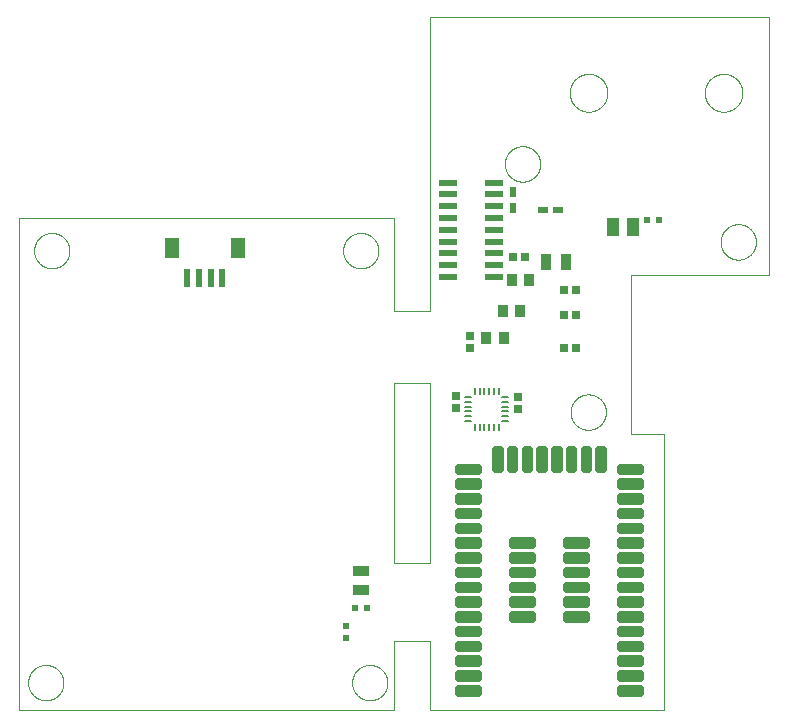
<source format=gtp>
G75*
%MOIN*%
%OFA0B0*%
%FSLAX25Y25*%
%IPPOS*%
%LPD*%
%AMOC8*
5,1,8,0,0,1.08239X$1,22.5*
%
%ADD10C,0.00000*%
%ADD11C,0.00787*%
%ADD12C,0.02756*%
%ADD13R,0.06496X0.02362*%
%ADD14R,0.06000X0.02300*%
%ADD15R,0.03600X0.04100*%
%ADD16R,0.03800X0.05700*%
%ADD17R,0.03200X0.04200*%
%ADD18R,0.02200X0.02400*%
%ADD19R,0.04400X0.05900*%
%ADD20R,0.03400X0.02400*%
%ADD21R,0.02400X0.03400*%
%ADD22R,0.02800X0.02800*%
%ADD23R,0.05700X0.03800*%
%ADD24R,0.02400X0.02200*%
%ADD25R,0.02362X0.06102*%
%ADD26R,0.04724X0.07087*%
D10*
X0001000Y0012436D02*
X0001000Y0176436D01*
X0126000Y0176436D01*
X0126000Y0145436D01*
X0138000Y0145436D01*
X0138000Y0243436D01*
X0251000Y0243436D01*
X0251000Y0157436D01*
X0205000Y0157436D01*
X0205000Y0104436D01*
X0216000Y0104436D01*
X0216000Y0012436D01*
X0138000Y0012436D01*
X0138000Y0035436D01*
X0126000Y0035436D01*
X0126000Y0012436D01*
X0001000Y0012436D01*
X0004100Y0021436D02*
X0004102Y0021589D01*
X0004108Y0021742D01*
X0004118Y0021895D01*
X0004132Y0022048D01*
X0004150Y0022200D01*
X0004171Y0022351D01*
X0004197Y0022502D01*
X0004227Y0022653D01*
X0004260Y0022802D01*
X0004298Y0022951D01*
X0004339Y0023098D01*
X0004384Y0023245D01*
X0004433Y0023390D01*
X0004485Y0023534D01*
X0004542Y0023676D01*
X0004602Y0023817D01*
X0004665Y0023956D01*
X0004733Y0024094D01*
X0004803Y0024230D01*
X0004878Y0024364D01*
X0004955Y0024496D01*
X0005037Y0024626D01*
X0005121Y0024754D01*
X0005209Y0024879D01*
X0005300Y0025002D01*
X0005394Y0025123D01*
X0005491Y0025241D01*
X0005592Y0025357D01*
X0005695Y0025470D01*
X0005801Y0025581D01*
X0005910Y0025688D01*
X0006022Y0025793D01*
X0006136Y0025895D01*
X0006253Y0025994D01*
X0006373Y0026089D01*
X0006495Y0026182D01*
X0006619Y0026271D01*
X0006746Y0026358D01*
X0006875Y0026440D01*
X0007006Y0026520D01*
X0007139Y0026596D01*
X0007274Y0026668D01*
X0007411Y0026737D01*
X0007549Y0026803D01*
X0007689Y0026865D01*
X0007831Y0026923D01*
X0007974Y0026977D01*
X0008119Y0027028D01*
X0008264Y0027075D01*
X0008411Y0027118D01*
X0008559Y0027157D01*
X0008708Y0027193D01*
X0008858Y0027224D01*
X0009009Y0027252D01*
X0009160Y0027276D01*
X0009312Y0027296D01*
X0009465Y0027312D01*
X0009617Y0027324D01*
X0009770Y0027332D01*
X0009923Y0027336D01*
X0010077Y0027336D01*
X0010230Y0027332D01*
X0010383Y0027324D01*
X0010535Y0027312D01*
X0010688Y0027296D01*
X0010840Y0027276D01*
X0010991Y0027252D01*
X0011142Y0027224D01*
X0011292Y0027193D01*
X0011441Y0027157D01*
X0011589Y0027118D01*
X0011736Y0027075D01*
X0011881Y0027028D01*
X0012026Y0026977D01*
X0012169Y0026923D01*
X0012311Y0026865D01*
X0012451Y0026803D01*
X0012589Y0026737D01*
X0012726Y0026668D01*
X0012861Y0026596D01*
X0012994Y0026520D01*
X0013125Y0026440D01*
X0013254Y0026358D01*
X0013381Y0026271D01*
X0013505Y0026182D01*
X0013627Y0026089D01*
X0013747Y0025994D01*
X0013864Y0025895D01*
X0013978Y0025793D01*
X0014090Y0025688D01*
X0014199Y0025581D01*
X0014305Y0025470D01*
X0014408Y0025357D01*
X0014509Y0025241D01*
X0014606Y0025123D01*
X0014700Y0025002D01*
X0014791Y0024879D01*
X0014879Y0024754D01*
X0014963Y0024626D01*
X0015045Y0024496D01*
X0015122Y0024364D01*
X0015197Y0024230D01*
X0015267Y0024094D01*
X0015335Y0023956D01*
X0015398Y0023817D01*
X0015458Y0023676D01*
X0015515Y0023534D01*
X0015567Y0023390D01*
X0015616Y0023245D01*
X0015661Y0023098D01*
X0015702Y0022951D01*
X0015740Y0022802D01*
X0015773Y0022653D01*
X0015803Y0022502D01*
X0015829Y0022351D01*
X0015850Y0022200D01*
X0015868Y0022048D01*
X0015882Y0021895D01*
X0015892Y0021742D01*
X0015898Y0021589D01*
X0015900Y0021436D01*
X0015898Y0021283D01*
X0015892Y0021130D01*
X0015882Y0020977D01*
X0015868Y0020824D01*
X0015850Y0020672D01*
X0015829Y0020521D01*
X0015803Y0020370D01*
X0015773Y0020219D01*
X0015740Y0020070D01*
X0015702Y0019921D01*
X0015661Y0019774D01*
X0015616Y0019627D01*
X0015567Y0019482D01*
X0015515Y0019338D01*
X0015458Y0019196D01*
X0015398Y0019055D01*
X0015335Y0018916D01*
X0015267Y0018778D01*
X0015197Y0018642D01*
X0015122Y0018508D01*
X0015045Y0018376D01*
X0014963Y0018246D01*
X0014879Y0018118D01*
X0014791Y0017993D01*
X0014700Y0017870D01*
X0014606Y0017749D01*
X0014509Y0017631D01*
X0014408Y0017515D01*
X0014305Y0017402D01*
X0014199Y0017291D01*
X0014090Y0017184D01*
X0013978Y0017079D01*
X0013864Y0016977D01*
X0013747Y0016878D01*
X0013627Y0016783D01*
X0013505Y0016690D01*
X0013381Y0016601D01*
X0013254Y0016514D01*
X0013125Y0016432D01*
X0012994Y0016352D01*
X0012861Y0016276D01*
X0012726Y0016204D01*
X0012589Y0016135D01*
X0012451Y0016069D01*
X0012311Y0016007D01*
X0012169Y0015949D01*
X0012026Y0015895D01*
X0011881Y0015844D01*
X0011736Y0015797D01*
X0011589Y0015754D01*
X0011441Y0015715D01*
X0011292Y0015679D01*
X0011142Y0015648D01*
X0010991Y0015620D01*
X0010840Y0015596D01*
X0010688Y0015576D01*
X0010535Y0015560D01*
X0010383Y0015548D01*
X0010230Y0015540D01*
X0010077Y0015536D01*
X0009923Y0015536D01*
X0009770Y0015540D01*
X0009617Y0015548D01*
X0009465Y0015560D01*
X0009312Y0015576D01*
X0009160Y0015596D01*
X0009009Y0015620D01*
X0008858Y0015648D01*
X0008708Y0015679D01*
X0008559Y0015715D01*
X0008411Y0015754D01*
X0008264Y0015797D01*
X0008119Y0015844D01*
X0007974Y0015895D01*
X0007831Y0015949D01*
X0007689Y0016007D01*
X0007549Y0016069D01*
X0007411Y0016135D01*
X0007274Y0016204D01*
X0007139Y0016276D01*
X0007006Y0016352D01*
X0006875Y0016432D01*
X0006746Y0016514D01*
X0006619Y0016601D01*
X0006495Y0016690D01*
X0006373Y0016783D01*
X0006253Y0016878D01*
X0006136Y0016977D01*
X0006022Y0017079D01*
X0005910Y0017184D01*
X0005801Y0017291D01*
X0005695Y0017402D01*
X0005592Y0017515D01*
X0005491Y0017631D01*
X0005394Y0017749D01*
X0005300Y0017870D01*
X0005209Y0017993D01*
X0005121Y0018118D01*
X0005037Y0018246D01*
X0004955Y0018376D01*
X0004878Y0018508D01*
X0004803Y0018642D01*
X0004733Y0018778D01*
X0004665Y0018916D01*
X0004602Y0019055D01*
X0004542Y0019196D01*
X0004485Y0019338D01*
X0004433Y0019482D01*
X0004384Y0019627D01*
X0004339Y0019774D01*
X0004298Y0019921D01*
X0004260Y0020070D01*
X0004227Y0020219D01*
X0004197Y0020370D01*
X0004171Y0020521D01*
X0004150Y0020672D01*
X0004132Y0020824D01*
X0004118Y0020977D01*
X0004108Y0021130D01*
X0004102Y0021283D01*
X0004100Y0021436D01*
X0112100Y0021436D02*
X0112102Y0021589D01*
X0112108Y0021742D01*
X0112118Y0021895D01*
X0112132Y0022048D01*
X0112150Y0022200D01*
X0112171Y0022351D01*
X0112197Y0022502D01*
X0112227Y0022653D01*
X0112260Y0022802D01*
X0112298Y0022951D01*
X0112339Y0023098D01*
X0112384Y0023245D01*
X0112433Y0023390D01*
X0112485Y0023534D01*
X0112542Y0023676D01*
X0112602Y0023817D01*
X0112665Y0023956D01*
X0112733Y0024094D01*
X0112803Y0024230D01*
X0112878Y0024364D01*
X0112955Y0024496D01*
X0113037Y0024626D01*
X0113121Y0024754D01*
X0113209Y0024879D01*
X0113300Y0025002D01*
X0113394Y0025123D01*
X0113491Y0025241D01*
X0113592Y0025357D01*
X0113695Y0025470D01*
X0113801Y0025581D01*
X0113910Y0025688D01*
X0114022Y0025793D01*
X0114136Y0025895D01*
X0114253Y0025994D01*
X0114373Y0026089D01*
X0114495Y0026182D01*
X0114619Y0026271D01*
X0114746Y0026358D01*
X0114875Y0026440D01*
X0115006Y0026520D01*
X0115139Y0026596D01*
X0115274Y0026668D01*
X0115411Y0026737D01*
X0115549Y0026803D01*
X0115689Y0026865D01*
X0115831Y0026923D01*
X0115974Y0026977D01*
X0116119Y0027028D01*
X0116264Y0027075D01*
X0116411Y0027118D01*
X0116559Y0027157D01*
X0116708Y0027193D01*
X0116858Y0027224D01*
X0117009Y0027252D01*
X0117160Y0027276D01*
X0117312Y0027296D01*
X0117465Y0027312D01*
X0117617Y0027324D01*
X0117770Y0027332D01*
X0117923Y0027336D01*
X0118077Y0027336D01*
X0118230Y0027332D01*
X0118383Y0027324D01*
X0118535Y0027312D01*
X0118688Y0027296D01*
X0118840Y0027276D01*
X0118991Y0027252D01*
X0119142Y0027224D01*
X0119292Y0027193D01*
X0119441Y0027157D01*
X0119589Y0027118D01*
X0119736Y0027075D01*
X0119881Y0027028D01*
X0120026Y0026977D01*
X0120169Y0026923D01*
X0120311Y0026865D01*
X0120451Y0026803D01*
X0120589Y0026737D01*
X0120726Y0026668D01*
X0120861Y0026596D01*
X0120994Y0026520D01*
X0121125Y0026440D01*
X0121254Y0026358D01*
X0121381Y0026271D01*
X0121505Y0026182D01*
X0121627Y0026089D01*
X0121747Y0025994D01*
X0121864Y0025895D01*
X0121978Y0025793D01*
X0122090Y0025688D01*
X0122199Y0025581D01*
X0122305Y0025470D01*
X0122408Y0025357D01*
X0122509Y0025241D01*
X0122606Y0025123D01*
X0122700Y0025002D01*
X0122791Y0024879D01*
X0122879Y0024754D01*
X0122963Y0024626D01*
X0123045Y0024496D01*
X0123122Y0024364D01*
X0123197Y0024230D01*
X0123267Y0024094D01*
X0123335Y0023956D01*
X0123398Y0023817D01*
X0123458Y0023676D01*
X0123515Y0023534D01*
X0123567Y0023390D01*
X0123616Y0023245D01*
X0123661Y0023098D01*
X0123702Y0022951D01*
X0123740Y0022802D01*
X0123773Y0022653D01*
X0123803Y0022502D01*
X0123829Y0022351D01*
X0123850Y0022200D01*
X0123868Y0022048D01*
X0123882Y0021895D01*
X0123892Y0021742D01*
X0123898Y0021589D01*
X0123900Y0021436D01*
X0123898Y0021283D01*
X0123892Y0021130D01*
X0123882Y0020977D01*
X0123868Y0020824D01*
X0123850Y0020672D01*
X0123829Y0020521D01*
X0123803Y0020370D01*
X0123773Y0020219D01*
X0123740Y0020070D01*
X0123702Y0019921D01*
X0123661Y0019774D01*
X0123616Y0019627D01*
X0123567Y0019482D01*
X0123515Y0019338D01*
X0123458Y0019196D01*
X0123398Y0019055D01*
X0123335Y0018916D01*
X0123267Y0018778D01*
X0123197Y0018642D01*
X0123122Y0018508D01*
X0123045Y0018376D01*
X0122963Y0018246D01*
X0122879Y0018118D01*
X0122791Y0017993D01*
X0122700Y0017870D01*
X0122606Y0017749D01*
X0122509Y0017631D01*
X0122408Y0017515D01*
X0122305Y0017402D01*
X0122199Y0017291D01*
X0122090Y0017184D01*
X0121978Y0017079D01*
X0121864Y0016977D01*
X0121747Y0016878D01*
X0121627Y0016783D01*
X0121505Y0016690D01*
X0121381Y0016601D01*
X0121254Y0016514D01*
X0121125Y0016432D01*
X0120994Y0016352D01*
X0120861Y0016276D01*
X0120726Y0016204D01*
X0120589Y0016135D01*
X0120451Y0016069D01*
X0120311Y0016007D01*
X0120169Y0015949D01*
X0120026Y0015895D01*
X0119881Y0015844D01*
X0119736Y0015797D01*
X0119589Y0015754D01*
X0119441Y0015715D01*
X0119292Y0015679D01*
X0119142Y0015648D01*
X0118991Y0015620D01*
X0118840Y0015596D01*
X0118688Y0015576D01*
X0118535Y0015560D01*
X0118383Y0015548D01*
X0118230Y0015540D01*
X0118077Y0015536D01*
X0117923Y0015536D01*
X0117770Y0015540D01*
X0117617Y0015548D01*
X0117465Y0015560D01*
X0117312Y0015576D01*
X0117160Y0015596D01*
X0117009Y0015620D01*
X0116858Y0015648D01*
X0116708Y0015679D01*
X0116559Y0015715D01*
X0116411Y0015754D01*
X0116264Y0015797D01*
X0116119Y0015844D01*
X0115974Y0015895D01*
X0115831Y0015949D01*
X0115689Y0016007D01*
X0115549Y0016069D01*
X0115411Y0016135D01*
X0115274Y0016204D01*
X0115139Y0016276D01*
X0115006Y0016352D01*
X0114875Y0016432D01*
X0114746Y0016514D01*
X0114619Y0016601D01*
X0114495Y0016690D01*
X0114373Y0016783D01*
X0114253Y0016878D01*
X0114136Y0016977D01*
X0114022Y0017079D01*
X0113910Y0017184D01*
X0113801Y0017291D01*
X0113695Y0017402D01*
X0113592Y0017515D01*
X0113491Y0017631D01*
X0113394Y0017749D01*
X0113300Y0017870D01*
X0113209Y0017993D01*
X0113121Y0018118D01*
X0113037Y0018246D01*
X0112955Y0018376D01*
X0112878Y0018508D01*
X0112803Y0018642D01*
X0112733Y0018778D01*
X0112665Y0018916D01*
X0112602Y0019055D01*
X0112542Y0019196D01*
X0112485Y0019338D01*
X0112433Y0019482D01*
X0112384Y0019627D01*
X0112339Y0019774D01*
X0112298Y0019921D01*
X0112260Y0020070D01*
X0112227Y0020219D01*
X0112197Y0020370D01*
X0112171Y0020521D01*
X0112150Y0020672D01*
X0112132Y0020824D01*
X0112118Y0020977D01*
X0112108Y0021130D01*
X0112102Y0021283D01*
X0112100Y0021436D01*
X0126000Y0061436D02*
X0126000Y0121436D01*
X0138000Y0121436D01*
X0138000Y0061436D01*
X0126000Y0061436D01*
X0184921Y0111620D02*
X0184923Y0111773D01*
X0184929Y0111927D01*
X0184939Y0112080D01*
X0184953Y0112232D01*
X0184971Y0112385D01*
X0184993Y0112536D01*
X0185018Y0112687D01*
X0185048Y0112838D01*
X0185082Y0112988D01*
X0185119Y0113136D01*
X0185160Y0113284D01*
X0185205Y0113430D01*
X0185254Y0113576D01*
X0185307Y0113720D01*
X0185363Y0113862D01*
X0185423Y0114003D01*
X0185487Y0114143D01*
X0185554Y0114281D01*
X0185625Y0114417D01*
X0185700Y0114551D01*
X0185777Y0114683D01*
X0185859Y0114813D01*
X0185943Y0114941D01*
X0186031Y0115067D01*
X0186122Y0115190D01*
X0186216Y0115311D01*
X0186314Y0115429D01*
X0186414Y0115545D01*
X0186518Y0115658D01*
X0186624Y0115769D01*
X0186733Y0115877D01*
X0186845Y0115982D01*
X0186959Y0116083D01*
X0187077Y0116182D01*
X0187196Y0116278D01*
X0187318Y0116371D01*
X0187443Y0116460D01*
X0187570Y0116547D01*
X0187699Y0116629D01*
X0187830Y0116709D01*
X0187963Y0116785D01*
X0188098Y0116858D01*
X0188235Y0116927D01*
X0188374Y0116992D01*
X0188514Y0117054D01*
X0188656Y0117112D01*
X0188799Y0117167D01*
X0188944Y0117218D01*
X0189090Y0117265D01*
X0189237Y0117308D01*
X0189385Y0117347D01*
X0189534Y0117383D01*
X0189684Y0117414D01*
X0189835Y0117442D01*
X0189986Y0117466D01*
X0190139Y0117486D01*
X0190291Y0117502D01*
X0190444Y0117514D01*
X0190597Y0117522D01*
X0190750Y0117526D01*
X0190904Y0117526D01*
X0191057Y0117522D01*
X0191210Y0117514D01*
X0191363Y0117502D01*
X0191515Y0117486D01*
X0191668Y0117466D01*
X0191819Y0117442D01*
X0191970Y0117414D01*
X0192120Y0117383D01*
X0192269Y0117347D01*
X0192417Y0117308D01*
X0192564Y0117265D01*
X0192710Y0117218D01*
X0192855Y0117167D01*
X0192998Y0117112D01*
X0193140Y0117054D01*
X0193280Y0116992D01*
X0193419Y0116927D01*
X0193556Y0116858D01*
X0193691Y0116785D01*
X0193824Y0116709D01*
X0193955Y0116629D01*
X0194084Y0116547D01*
X0194211Y0116460D01*
X0194336Y0116371D01*
X0194458Y0116278D01*
X0194577Y0116182D01*
X0194695Y0116083D01*
X0194809Y0115982D01*
X0194921Y0115877D01*
X0195030Y0115769D01*
X0195136Y0115658D01*
X0195240Y0115545D01*
X0195340Y0115429D01*
X0195438Y0115311D01*
X0195532Y0115190D01*
X0195623Y0115067D01*
X0195711Y0114941D01*
X0195795Y0114813D01*
X0195877Y0114683D01*
X0195954Y0114551D01*
X0196029Y0114417D01*
X0196100Y0114281D01*
X0196167Y0114143D01*
X0196231Y0114003D01*
X0196291Y0113862D01*
X0196347Y0113720D01*
X0196400Y0113576D01*
X0196449Y0113430D01*
X0196494Y0113284D01*
X0196535Y0113136D01*
X0196572Y0112988D01*
X0196606Y0112838D01*
X0196636Y0112687D01*
X0196661Y0112536D01*
X0196683Y0112385D01*
X0196701Y0112232D01*
X0196715Y0112080D01*
X0196725Y0111927D01*
X0196731Y0111773D01*
X0196733Y0111620D01*
X0196731Y0111467D01*
X0196725Y0111313D01*
X0196715Y0111160D01*
X0196701Y0111008D01*
X0196683Y0110855D01*
X0196661Y0110704D01*
X0196636Y0110553D01*
X0196606Y0110402D01*
X0196572Y0110252D01*
X0196535Y0110104D01*
X0196494Y0109956D01*
X0196449Y0109810D01*
X0196400Y0109664D01*
X0196347Y0109520D01*
X0196291Y0109378D01*
X0196231Y0109237D01*
X0196167Y0109097D01*
X0196100Y0108959D01*
X0196029Y0108823D01*
X0195954Y0108689D01*
X0195877Y0108557D01*
X0195795Y0108427D01*
X0195711Y0108299D01*
X0195623Y0108173D01*
X0195532Y0108050D01*
X0195438Y0107929D01*
X0195340Y0107811D01*
X0195240Y0107695D01*
X0195136Y0107582D01*
X0195030Y0107471D01*
X0194921Y0107363D01*
X0194809Y0107258D01*
X0194695Y0107157D01*
X0194577Y0107058D01*
X0194458Y0106962D01*
X0194336Y0106869D01*
X0194211Y0106780D01*
X0194084Y0106693D01*
X0193955Y0106611D01*
X0193824Y0106531D01*
X0193691Y0106455D01*
X0193556Y0106382D01*
X0193419Y0106313D01*
X0193280Y0106248D01*
X0193140Y0106186D01*
X0192998Y0106128D01*
X0192855Y0106073D01*
X0192710Y0106022D01*
X0192564Y0105975D01*
X0192417Y0105932D01*
X0192269Y0105893D01*
X0192120Y0105857D01*
X0191970Y0105826D01*
X0191819Y0105798D01*
X0191668Y0105774D01*
X0191515Y0105754D01*
X0191363Y0105738D01*
X0191210Y0105726D01*
X0191057Y0105718D01*
X0190904Y0105714D01*
X0190750Y0105714D01*
X0190597Y0105718D01*
X0190444Y0105726D01*
X0190291Y0105738D01*
X0190139Y0105754D01*
X0189986Y0105774D01*
X0189835Y0105798D01*
X0189684Y0105826D01*
X0189534Y0105857D01*
X0189385Y0105893D01*
X0189237Y0105932D01*
X0189090Y0105975D01*
X0188944Y0106022D01*
X0188799Y0106073D01*
X0188656Y0106128D01*
X0188514Y0106186D01*
X0188374Y0106248D01*
X0188235Y0106313D01*
X0188098Y0106382D01*
X0187963Y0106455D01*
X0187830Y0106531D01*
X0187699Y0106611D01*
X0187570Y0106693D01*
X0187443Y0106780D01*
X0187318Y0106869D01*
X0187196Y0106962D01*
X0187077Y0107058D01*
X0186959Y0107157D01*
X0186845Y0107258D01*
X0186733Y0107363D01*
X0186624Y0107471D01*
X0186518Y0107582D01*
X0186414Y0107695D01*
X0186314Y0107811D01*
X0186216Y0107929D01*
X0186122Y0108050D01*
X0186031Y0108173D01*
X0185943Y0108299D01*
X0185859Y0108427D01*
X0185777Y0108557D01*
X0185700Y0108689D01*
X0185625Y0108823D01*
X0185554Y0108959D01*
X0185487Y0109097D01*
X0185423Y0109237D01*
X0185363Y0109378D01*
X0185307Y0109520D01*
X0185254Y0109664D01*
X0185205Y0109810D01*
X0185160Y0109956D01*
X0185119Y0110104D01*
X0185082Y0110252D01*
X0185048Y0110402D01*
X0185018Y0110553D01*
X0184993Y0110704D01*
X0184971Y0110855D01*
X0184953Y0111008D01*
X0184939Y0111160D01*
X0184929Y0111313D01*
X0184923Y0111467D01*
X0184921Y0111620D01*
X0234921Y0168339D02*
X0234923Y0168492D01*
X0234929Y0168646D01*
X0234939Y0168799D01*
X0234953Y0168951D01*
X0234971Y0169104D01*
X0234993Y0169255D01*
X0235018Y0169406D01*
X0235048Y0169557D01*
X0235082Y0169707D01*
X0235119Y0169855D01*
X0235160Y0170003D01*
X0235205Y0170149D01*
X0235254Y0170295D01*
X0235307Y0170439D01*
X0235363Y0170581D01*
X0235423Y0170722D01*
X0235487Y0170862D01*
X0235554Y0171000D01*
X0235625Y0171136D01*
X0235700Y0171270D01*
X0235777Y0171402D01*
X0235859Y0171532D01*
X0235943Y0171660D01*
X0236031Y0171786D01*
X0236122Y0171909D01*
X0236216Y0172030D01*
X0236314Y0172148D01*
X0236414Y0172264D01*
X0236518Y0172377D01*
X0236624Y0172488D01*
X0236733Y0172596D01*
X0236845Y0172701D01*
X0236959Y0172802D01*
X0237077Y0172901D01*
X0237196Y0172997D01*
X0237318Y0173090D01*
X0237443Y0173179D01*
X0237570Y0173266D01*
X0237699Y0173348D01*
X0237830Y0173428D01*
X0237963Y0173504D01*
X0238098Y0173577D01*
X0238235Y0173646D01*
X0238374Y0173711D01*
X0238514Y0173773D01*
X0238656Y0173831D01*
X0238799Y0173886D01*
X0238944Y0173937D01*
X0239090Y0173984D01*
X0239237Y0174027D01*
X0239385Y0174066D01*
X0239534Y0174102D01*
X0239684Y0174133D01*
X0239835Y0174161D01*
X0239986Y0174185D01*
X0240139Y0174205D01*
X0240291Y0174221D01*
X0240444Y0174233D01*
X0240597Y0174241D01*
X0240750Y0174245D01*
X0240904Y0174245D01*
X0241057Y0174241D01*
X0241210Y0174233D01*
X0241363Y0174221D01*
X0241515Y0174205D01*
X0241668Y0174185D01*
X0241819Y0174161D01*
X0241970Y0174133D01*
X0242120Y0174102D01*
X0242269Y0174066D01*
X0242417Y0174027D01*
X0242564Y0173984D01*
X0242710Y0173937D01*
X0242855Y0173886D01*
X0242998Y0173831D01*
X0243140Y0173773D01*
X0243280Y0173711D01*
X0243419Y0173646D01*
X0243556Y0173577D01*
X0243691Y0173504D01*
X0243824Y0173428D01*
X0243955Y0173348D01*
X0244084Y0173266D01*
X0244211Y0173179D01*
X0244336Y0173090D01*
X0244458Y0172997D01*
X0244577Y0172901D01*
X0244695Y0172802D01*
X0244809Y0172701D01*
X0244921Y0172596D01*
X0245030Y0172488D01*
X0245136Y0172377D01*
X0245240Y0172264D01*
X0245340Y0172148D01*
X0245438Y0172030D01*
X0245532Y0171909D01*
X0245623Y0171786D01*
X0245711Y0171660D01*
X0245795Y0171532D01*
X0245877Y0171402D01*
X0245954Y0171270D01*
X0246029Y0171136D01*
X0246100Y0171000D01*
X0246167Y0170862D01*
X0246231Y0170722D01*
X0246291Y0170581D01*
X0246347Y0170439D01*
X0246400Y0170295D01*
X0246449Y0170149D01*
X0246494Y0170003D01*
X0246535Y0169855D01*
X0246572Y0169707D01*
X0246606Y0169557D01*
X0246636Y0169406D01*
X0246661Y0169255D01*
X0246683Y0169104D01*
X0246701Y0168951D01*
X0246715Y0168799D01*
X0246725Y0168646D01*
X0246731Y0168492D01*
X0246733Y0168339D01*
X0246731Y0168186D01*
X0246725Y0168032D01*
X0246715Y0167879D01*
X0246701Y0167727D01*
X0246683Y0167574D01*
X0246661Y0167423D01*
X0246636Y0167272D01*
X0246606Y0167121D01*
X0246572Y0166971D01*
X0246535Y0166823D01*
X0246494Y0166675D01*
X0246449Y0166529D01*
X0246400Y0166383D01*
X0246347Y0166239D01*
X0246291Y0166097D01*
X0246231Y0165956D01*
X0246167Y0165816D01*
X0246100Y0165678D01*
X0246029Y0165542D01*
X0245954Y0165408D01*
X0245877Y0165276D01*
X0245795Y0165146D01*
X0245711Y0165018D01*
X0245623Y0164892D01*
X0245532Y0164769D01*
X0245438Y0164648D01*
X0245340Y0164530D01*
X0245240Y0164414D01*
X0245136Y0164301D01*
X0245030Y0164190D01*
X0244921Y0164082D01*
X0244809Y0163977D01*
X0244695Y0163876D01*
X0244577Y0163777D01*
X0244458Y0163681D01*
X0244336Y0163588D01*
X0244211Y0163499D01*
X0244084Y0163412D01*
X0243955Y0163330D01*
X0243824Y0163250D01*
X0243691Y0163174D01*
X0243556Y0163101D01*
X0243419Y0163032D01*
X0243280Y0162967D01*
X0243140Y0162905D01*
X0242998Y0162847D01*
X0242855Y0162792D01*
X0242710Y0162741D01*
X0242564Y0162694D01*
X0242417Y0162651D01*
X0242269Y0162612D01*
X0242120Y0162576D01*
X0241970Y0162545D01*
X0241819Y0162517D01*
X0241668Y0162493D01*
X0241515Y0162473D01*
X0241363Y0162457D01*
X0241210Y0162445D01*
X0241057Y0162437D01*
X0240904Y0162433D01*
X0240750Y0162433D01*
X0240597Y0162437D01*
X0240444Y0162445D01*
X0240291Y0162457D01*
X0240139Y0162473D01*
X0239986Y0162493D01*
X0239835Y0162517D01*
X0239684Y0162545D01*
X0239534Y0162576D01*
X0239385Y0162612D01*
X0239237Y0162651D01*
X0239090Y0162694D01*
X0238944Y0162741D01*
X0238799Y0162792D01*
X0238656Y0162847D01*
X0238514Y0162905D01*
X0238374Y0162967D01*
X0238235Y0163032D01*
X0238098Y0163101D01*
X0237963Y0163174D01*
X0237830Y0163250D01*
X0237699Y0163330D01*
X0237570Y0163412D01*
X0237443Y0163499D01*
X0237318Y0163588D01*
X0237196Y0163681D01*
X0237077Y0163777D01*
X0236959Y0163876D01*
X0236845Y0163977D01*
X0236733Y0164082D01*
X0236624Y0164190D01*
X0236518Y0164301D01*
X0236414Y0164414D01*
X0236314Y0164530D01*
X0236216Y0164648D01*
X0236122Y0164769D01*
X0236031Y0164892D01*
X0235943Y0165018D01*
X0235859Y0165146D01*
X0235777Y0165276D01*
X0235700Y0165408D01*
X0235625Y0165542D01*
X0235554Y0165678D01*
X0235487Y0165816D01*
X0235423Y0165956D01*
X0235363Y0166097D01*
X0235307Y0166239D01*
X0235254Y0166383D01*
X0235205Y0166529D01*
X0235160Y0166675D01*
X0235119Y0166823D01*
X0235082Y0166971D01*
X0235048Y0167121D01*
X0235018Y0167272D01*
X0234993Y0167423D01*
X0234971Y0167574D01*
X0234953Y0167727D01*
X0234939Y0167879D01*
X0234929Y0168032D01*
X0234923Y0168186D01*
X0234921Y0168339D01*
X0229639Y0218046D02*
X0229641Y0218204D01*
X0229647Y0218362D01*
X0229657Y0218520D01*
X0229671Y0218678D01*
X0229689Y0218835D01*
X0229710Y0218992D01*
X0229736Y0219148D01*
X0229766Y0219304D01*
X0229799Y0219459D01*
X0229837Y0219612D01*
X0229878Y0219765D01*
X0229923Y0219917D01*
X0229972Y0220068D01*
X0230025Y0220217D01*
X0230081Y0220365D01*
X0230141Y0220511D01*
X0230205Y0220656D01*
X0230273Y0220799D01*
X0230344Y0220941D01*
X0230418Y0221081D01*
X0230496Y0221218D01*
X0230578Y0221354D01*
X0230662Y0221488D01*
X0230751Y0221619D01*
X0230842Y0221748D01*
X0230937Y0221875D01*
X0231034Y0222000D01*
X0231135Y0222122D01*
X0231239Y0222241D01*
X0231346Y0222358D01*
X0231456Y0222472D01*
X0231569Y0222583D01*
X0231684Y0222692D01*
X0231802Y0222797D01*
X0231923Y0222899D01*
X0232046Y0222999D01*
X0232172Y0223095D01*
X0232300Y0223188D01*
X0232430Y0223278D01*
X0232563Y0223364D01*
X0232698Y0223448D01*
X0232834Y0223527D01*
X0232973Y0223604D01*
X0233114Y0223676D01*
X0233256Y0223746D01*
X0233400Y0223811D01*
X0233546Y0223873D01*
X0233693Y0223931D01*
X0233842Y0223986D01*
X0233992Y0224037D01*
X0234143Y0224084D01*
X0234295Y0224127D01*
X0234448Y0224166D01*
X0234603Y0224202D01*
X0234758Y0224233D01*
X0234914Y0224261D01*
X0235070Y0224285D01*
X0235227Y0224305D01*
X0235385Y0224321D01*
X0235542Y0224333D01*
X0235701Y0224341D01*
X0235859Y0224345D01*
X0236017Y0224345D01*
X0236175Y0224341D01*
X0236334Y0224333D01*
X0236491Y0224321D01*
X0236649Y0224305D01*
X0236806Y0224285D01*
X0236962Y0224261D01*
X0237118Y0224233D01*
X0237273Y0224202D01*
X0237428Y0224166D01*
X0237581Y0224127D01*
X0237733Y0224084D01*
X0237884Y0224037D01*
X0238034Y0223986D01*
X0238183Y0223931D01*
X0238330Y0223873D01*
X0238476Y0223811D01*
X0238620Y0223746D01*
X0238762Y0223676D01*
X0238903Y0223604D01*
X0239042Y0223527D01*
X0239178Y0223448D01*
X0239313Y0223364D01*
X0239446Y0223278D01*
X0239576Y0223188D01*
X0239704Y0223095D01*
X0239830Y0222999D01*
X0239953Y0222899D01*
X0240074Y0222797D01*
X0240192Y0222692D01*
X0240307Y0222583D01*
X0240420Y0222472D01*
X0240530Y0222358D01*
X0240637Y0222241D01*
X0240741Y0222122D01*
X0240842Y0222000D01*
X0240939Y0221875D01*
X0241034Y0221748D01*
X0241125Y0221619D01*
X0241214Y0221488D01*
X0241298Y0221354D01*
X0241380Y0221218D01*
X0241458Y0221081D01*
X0241532Y0220941D01*
X0241603Y0220799D01*
X0241671Y0220656D01*
X0241735Y0220511D01*
X0241795Y0220365D01*
X0241851Y0220217D01*
X0241904Y0220068D01*
X0241953Y0219917D01*
X0241998Y0219765D01*
X0242039Y0219612D01*
X0242077Y0219459D01*
X0242110Y0219304D01*
X0242140Y0219148D01*
X0242166Y0218992D01*
X0242187Y0218835D01*
X0242205Y0218678D01*
X0242219Y0218520D01*
X0242229Y0218362D01*
X0242235Y0218204D01*
X0242237Y0218046D01*
X0242235Y0217888D01*
X0242229Y0217730D01*
X0242219Y0217572D01*
X0242205Y0217414D01*
X0242187Y0217257D01*
X0242166Y0217100D01*
X0242140Y0216944D01*
X0242110Y0216788D01*
X0242077Y0216633D01*
X0242039Y0216480D01*
X0241998Y0216327D01*
X0241953Y0216175D01*
X0241904Y0216024D01*
X0241851Y0215875D01*
X0241795Y0215727D01*
X0241735Y0215581D01*
X0241671Y0215436D01*
X0241603Y0215293D01*
X0241532Y0215151D01*
X0241458Y0215011D01*
X0241380Y0214874D01*
X0241298Y0214738D01*
X0241214Y0214604D01*
X0241125Y0214473D01*
X0241034Y0214344D01*
X0240939Y0214217D01*
X0240842Y0214092D01*
X0240741Y0213970D01*
X0240637Y0213851D01*
X0240530Y0213734D01*
X0240420Y0213620D01*
X0240307Y0213509D01*
X0240192Y0213400D01*
X0240074Y0213295D01*
X0239953Y0213193D01*
X0239830Y0213093D01*
X0239704Y0212997D01*
X0239576Y0212904D01*
X0239446Y0212814D01*
X0239313Y0212728D01*
X0239178Y0212644D01*
X0239042Y0212565D01*
X0238903Y0212488D01*
X0238762Y0212416D01*
X0238620Y0212346D01*
X0238476Y0212281D01*
X0238330Y0212219D01*
X0238183Y0212161D01*
X0238034Y0212106D01*
X0237884Y0212055D01*
X0237733Y0212008D01*
X0237581Y0211965D01*
X0237428Y0211926D01*
X0237273Y0211890D01*
X0237118Y0211859D01*
X0236962Y0211831D01*
X0236806Y0211807D01*
X0236649Y0211787D01*
X0236491Y0211771D01*
X0236334Y0211759D01*
X0236175Y0211751D01*
X0236017Y0211747D01*
X0235859Y0211747D01*
X0235701Y0211751D01*
X0235542Y0211759D01*
X0235385Y0211771D01*
X0235227Y0211787D01*
X0235070Y0211807D01*
X0234914Y0211831D01*
X0234758Y0211859D01*
X0234603Y0211890D01*
X0234448Y0211926D01*
X0234295Y0211965D01*
X0234143Y0212008D01*
X0233992Y0212055D01*
X0233842Y0212106D01*
X0233693Y0212161D01*
X0233546Y0212219D01*
X0233400Y0212281D01*
X0233256Y0212346D01*
X0233114Y0212416D01*
X0232973Y0212488D01*
X0232834Y0212565D01*
X0232698Y0212644D01*
X0232563Y0212728D01*
X0232430Y0212814D01*
X0232300Y0212904D01*
X0232172Y0212997D01*
X0232046Y0213093D01*
X0231923Y0213193D01*
X0231802Y0213295D01*
X0231684Y0213400D01*
X0231569Y0213509D01*
X0231456Y0213620D01*
X0231346Y0213734D01*
X0231239Y0213851D01*
X0231135Y0213970D01*
X0231034Y0214092D01*
X0230937Y0214217D01*
X0230842Y0214344D01*
X0230751Y0214473D01*
X0230662Y0214604D01*
X0230578Y0214738D01*
X0230496Y0214874D01*
X0230418Y0215011D01*
X0230344Y0215151D01*
X0230273Y0215293D01*
X0230205Y0215436D01*
X0230141Y0215581D01*
X0230081Y0215727D01*
X0230025Y0215875D01*
X0229972Y0216024D01*
X0229923Y0216175D01*
X0229878Y0216327D01*
X0229837Y0216480D01*
X0229799Y0216633D01*
X0229766Y0216788D01*
X0229736Y0216944D01*
X0229710Y0217100D01*
X0229689Y0217257D01*
X0229671Y0217414D01*
X0229657Y0217572D01*
X0229647Y0217730D01*
X0229641Y0217888D01*
X0229639Y0218046D01*
X0184639Y0218046D02*
X0184641Y0218204D01*
X0184647Y0218362D01*
X0184657Y0218520D01*
X0184671Y0218678D01*
X0184689Y0218835D01*
X0184710Y0218992D01*
X0184736Y0219148D01*
X0184766Y0219304D01*
X0184799Y0219459D01*
X0184837Y0219612D01*
X0184878Y0219765D01*
X0184923Y0219917D01*
X0184972Y0220068D01*
X0185025Y0220217D01*
X0185081Y0220365D01*
X0185141Y0220511D01*
X0185205Y0220656D01*
X0185273Y0220799D01*
X0185344Y0220941D01*
X0185418Y0221081D01*
X0185496Y0221218D01*
X0185578Y0221354D01*
X0185662Y0221488D01*
X0185751Y0221619D01*
X0185842Y0221748D01*
X0185937Y0221875D01*
X0186034Y0222000D01*
X0186135Y0222122D01*
X0186239Y0222241D01*
X0186346Y0222358D01*
X0186456Y0222472D01*
X0186569Y0222583D01*
X0186684Y0222692D01*
X0186802Y0222797D01*
X0186923Y0222899D01*
X0187046Y0222999D01*
X0187172Y0223095D01*
X0187300Y0223188D01*
X0187430Y0223278D01*
X0187563Y0223364D01*
X0187698Y0223448D01*
X0187834Y0223527D01*
X0187973Y0223604D01*
X0188114Y0223676D01*
X0188256Y0223746D01*
X0188400Y0223811D01*
X0188546Y0223873D01*
X0188693Y0223931D01*
X0188842Y0223986D01*
X0188992Y0224037D01*
X0189143Y0224084D01*
X0189295Y0224127D01*
X0189448Y0224166D01*
X0189603Y0224202D01*
X0189758Y0224233D01*
X0189914Y0224261D01*
X0190070Y0224285D01*
X0190227Y0224305D01*
X0190385Y0224321D01*
X0190542Y0224333D01*
X0190701Y0224341D01*
X0190859Y0224345D01*
X0191017Y0224345D01*
X0191175Y0224341D01*
X0191334Y0224333D01*
X0191491Y0224321D01*
X0191649Y0224305D01*
X0191806Y0224285D01*
X0191962Y0224261D01*
X0192118Y0224233D01*
X0192273Y0224202D01*
X0192428Y0224166D01*
X0192581Y0224127D01*
X0192733Y0224084D01*
X0192884Y0224037D01*
X0193034Y0223986D01*
X0193183Y0223931D01*
X0193330Y0223873D01*
X0193476Y0223811D01*
X0193620Y0223746D01*
X0193762Y0223676D01*
X0193903Y0223604D01*
X0194042Y0223527D01*
X0194178Y0223448D01*
X0194313Y0223364D01*
X0194446Y0223278D01*
X0194576Y0223188D01*
X0194704Y0223095D01*
X0194830Y0222999D01*
X0194953Y0222899D01*
X0195074Y0222797D01*
X0195192Y0222692D01*
X0195307Y0222583D01*
X0195420Y0222472D01*
X0195530Y0222358D01*
X0195637Y0222241D01*
X0195741Y0222122D01*
X0195842Y0222000D01*
X0195939Y0221875D01*
X0196034Y0221748D01*
X0196125Y0221619D01*
X0196214Y0221488D01*
X0196298Y0221354D01*
X0196380Y0221218D01*
X0196458Y0221081D01*
X0196532Y0220941D01*
X0196603Y0220799D01*
X0196671Y0220656D01*
X0196735Y0220511D01*
X0196795Y0220365D01*
X0196851Y0220217D01*
X0196904Y0220068D01*
X0196953Y0219917D01*
X0196998Y0219765D01*
X0197039Y0219612D01*
X0197077Y0219459D01*
X0197110Y0219304D01*
X0197140Y0219148D01*
X0197166Y0218992D01*
X0197187Y0218835D01*
X0197205Y0218678D01*
X0197219Y0218520D01*
X0197229Y0218362D01*
X0197235Y0218204D01*
X0197237Y0218046D01*
X0197235Y0217888D01*
X0197229Y0217730D01*
X0197219Y0217572D01*
X0197205Y0217414D01*
X0197187Y0217257D01*
X0197166Y0217100D01*
X0197140Y0216944D01*
X0197110Y0216788D01*
X0197077Y0216633D01*
X0197039Y0216480D01*
X0196998Y0216327D01*
X0196953Y0216175D01*
X0196904Y0216024D01*
X0196851Y0215875D01*
X0196795Y0215727D01*
X0196735Y0215581D01*
X0196671Y0215436D01*
X0196603Y0215293D01*
X0196532Y0215151D01*
X0196458Y0215011D01*
X0196380Y0214874D01*
X0196298Y0214738D01*
X0196214Y0214604D01*
X0196125Y0214473D01*
X0196034Y0214344D01*
X0195939Y0214217D01*
X0195842Y0214092D01*
X0195741Y0213970D01*
X0195637Y0213851D01*
X0195530Y0213734D01*
X0195420Y0213620D01*
X0195307Y0213509D01*
X0195192Y0213400D01*
X0195074Y0213295D01*
X0194953Y0213193D01*
X0194830Y0213093D01*
X0194704Y0212997D01*
X0194576Y0212904D01*
X0194446Y0212814D01*
X0194313Y0212728D01*
X0194178Y0212644D01*
X0194042Y0212565D01*
X0193903Y0212488D01*
X0193762Y0212416D01*
X0193620Y0212346D01*
X0193476Y0212281D01*
X0193330Y0212219D01*
X0193183Y0212161D01*
X0193034Y0212106D01*
X0192884Y0212055D01*
X0192733Y0212008D01*
X0192581Y0211965D01*
X0192428Y0211926D01*
X0192273Y0211890D01*
X0192118Y0211859D01*
X0191962Y0211831D01*
X0191806Y0211807D01*
X0191649Y0211787D01*
X0191491Y0211771D01*
X0191334Y0211759D01*
X0191175Y0211751D01*
X0191017Y0211747D01*
X0190859Y0211747D01*
X0190701Y0211751D01*
X0190542Y0211759D01*
X0190385Y0211771D01*
X0190227Y0211787D01*
X0190070Y0211807D01*
X0189914Y0211831D01*
X0189758Y0211859D01*
X0189603Y0211890D01*
X0189448Y0211926D01*
X0189295Y0211965D01*
X0189143Y0212008D01*
X0188992Y0212055D01*
X0188842Y0212106D01*
X0188693Y0212161D01*
X0188546Y0212219D01*
X0188400Y0212281D01*
X0188256Y0212346D01*
X0188114Y0212416D01*
X0187973Y0212488D01*
X0187834Y0212565D01*
X0187698Y0212644D01*
X0187563Y0212728D01*
X0187430Y0212814D01*
X0187300Y0212904D01*
X0187172Y0212997D01*
X0187046Y0213093D01*
X0186923Y0213193D01*
X0186802Y0213295D01*
X0186684Y0213400D01*
X0186569Y0213509D01*
X0186456Y0213620D01*
X0186346Y0213734D01*
X0186239Y0213851D01*
X0186135Y0213970D01*
X0186034Y0214092D01*
X0185937Y0214217D01*
X0185842Y0214344D01*
X0185751Y0214473D01*
X0185662Y0214604D01*
X0185578Y0214738D01*
X0185496Y0214874D01*
X0185418Y0215011D01*
X0185344Y0215151D01*
X0185273Y0215293D01*
X0185205Y0215436D01*
X0185141Y0215581D01*
X0185081Y0215727D01*
X0185025Y0215875D01*
X0184972Y0216024D01*
X0184923Y0216175D01*
X0184878Y0216327D01*
X0184837Y0216480D01*
X0184799Y0216633D01*
X0184766Y0216788D01*
X0184736Y0216944D01*
X0184710Y0217100D01*
X0184689Y0217257D01*
X0184671Y0217414D01*
X0184657Y0217572D01*
X0184647Y0217730D01*
X0184641Y0217888D01*
X0184639Y0218046D01*
X0163023Y0194348D02*
X0163025Y0194501D01*
X0163031Y0194655D01*
X0163041Y0194808D01*
X0163055Y0194960D01*
X0163073Y0195113D01*
X0163095Y0195264D01*
X0163120Y0195415D01*
X0163150Y0195566D01*
X0163184Y0195716D01*
X0163221Y0195864D01*
X0163262Y0196012D01*
X0163307Y0196158D01*
X0163356Y0196304D01*
X0163409Y0196448D01*
X0163465Y0196590D01*
X0163525Y0196731D01*
X0163589Y0196871D01*
X0163656Y0197009D01*
X0163727Y0197145D01*
X0163802Y0197279D01*
X0163879Y0197411D01*
X0163961Y0197541D01*
X0164045Y0197669D01*
X0164133Y0197795D01*
X0164224Y0197918D01*
X0164318Y0198039D01*
X0164416Y0198157D01*
X0164516Y0198273D01*
X0164620Y0198386D01*
X0164726Y0198497D01*
X0164835Y0198605D01*
X0164947Y0198710D01*
X0165061Y0198811D01*
X0165179Y0198910D01*
X0165298Y0199006D01*
X0165420Y0199099D01*
X0165545Y0199188D01*
X0165672Y0199275D01*
X0165801Y0199357D01*
X0165932Y0199437D01*
X0166065Y0199513D01*
X0166200Y0199586D01*
X0166337Y0199655D01*
X0166476Y0199720D01*
X0166616Y0199782D01*
X0166758Y0199840D01*
X0166901Y0199895D01*
X0167046Y0199946D01*
X0167192Y0199993D01*
X0167339Y0200036D01*
X0167487Y0200075D01*
X0167636Y0200111D01*
X0167786Y0200142D01*
X0167937Y0200170D01*
X0168088Y0200194D01*
X0168241Y0200214D01*
X0168393Y0200230D01*
X0168546Y0200242D01*
X0168699Y0200250D01*
X0168852Y0200254D01*
X0169006Y0200254D01*
X0169159Y0200250D01*
X0169312Y0200242D01*
X0169465Y0200230D01*
X0169617Y0200214D01*
X0169770Y0200194D01*
X0169921Y0200170D01*
X0170072Y0200142D01*
X0170222Y0200111D01*
X0170371Y0200075D01*
X0170519Y0200036D01*
X0170666Y0199993D01*
X0170812Y0199946D01*
X0170957Y0199895D01*
X0171100Y0199840D01*
X0171242Y0199782D01*
X0171382Y0199720D01*
X0171521Y0199655D01*
X0171658Y0199586D01*
X0171793Y0199513D01*
X0171926Y0199437D01*
X0172057Y0199357D01*
X0172186Y0199275D01*
X0172313Y0199188D01*
X0172438Y0199099D01*
X0172560Y0199006D01*
X0172679Y0198910D01*
X0172797Y0198811D01*
X0172911Y0198710D01*
X0173023Y0198605D01*
X0173132Y0198497D01*
X0173238Y0198386D01*
X0173342Y0198273D01*
X0173442Y0198157D01*
X0173540Y0198039D01*
X0173634Y0197918D01*
X0173725Y0197795D01*
X0173813Y0197669D01*
X0173897Y0197541D01*
X0173979Y0197411D01*
X0174056Y0197279D01*
X0174131Y0197145D01*
X0174202Y0197009D01*
X0174269Y0196871D01*
X0174333Y0196731D01*
X0174393Y0196590D01*
X0174449Y0196448D01*
X0174502Y0196304D01*
X0174551Y0196158D01*
X0174596Y0196012D01*
X0174637Y0195864D01*
X0174674Y0195716D01*
X0174708Y0195566D01*
X0174738Y0195415D01*
X0174763Y0195264D01*
X0174785Y0195113D01*
X0174803Y0194960D01*
X0174817Y0194808D01*
X0174827Y0194655D01*
X0174833Y0194501D01*
X0174835Y0194348D01*
X0174833Y0194195D01*
X0174827Y0194041D01*
X0174817Y0193888D01*
X0174803Y0193736D01*
X0174785Y0193583D01*
X0174763Y0193432D01*
X0174738Y0193281D01*
X0174708Y0193130D01*
X0174674Y0192980D01*
X0174637Y0192832D01*
X0174596Y0192684D01*
X0174551Y0192538D01*
X0174502Y0192392D01*
X0174449Y0192248D01*
X0174393Y0192106D01*
X0174333Y0191965D01*
X0174269Y0191825D01*
X0174202Y0191687D01*
X0174131Y0191551D01*
X0174056Y0191417D01*
X0173979Y0191285D01*
X0173897Y0191155D01*
X0173813Y0191027D01*
X0173725Y0190901D01*
X0173634Y0190778D01*
X0173540Y0190657D01*
X0173442Y0190539D01*
X0173342Y0190423D01*
X0173238Y0190310D01*
X0173132Y0190199D01*
X0173023Y0190091D01*
X0172911Y0189986D01*
X0172797Y0189885D01*
X0172679Y0189786D01*
X0172560Y0189690D01*
X0172438Y0189597D01*
X0172313Y0189508D01*
X0172186Y0189421D01*
X0172057Y0189339D01*
X0171926Y0189259D01*
X0171793Y0189183D01*
X0171658Y0189110D01*
X0171521Y0189041D01*
X0171382Y0188976D01*
X0171242Y0188914D01*
X0171100Y0188856D01*
X0170957Y0188801D01*
X0170812Y0188750D01*
X0170666Y0188703D01*
X0170519Y0188660D01*
X0170371Y0188621D01*
X0170222Y0188585D01*
X0170072Y0188554D01*
X0169921Y0188526D01*
X0169770Y0188502D01*
X0169617Y0188482D01*
X0169465Y0188466D01*
X0169312Y0188454D01*
X0169159Y0188446D01*
X0169006Y0188442D01*
X0168852Y0188442D01*
X0168699Y0188446D01*
X0168546Y0188454D01*
X0168393Y0188466D01*
X0168241Y0188482D01*
X0168088Y0188502D01*
X0167937Y0188526D01*
X0167786Y0188554D01*
X0167636Y0188585D01*
X0167487Y0188621D01*
X0167339Y0188660D01*
X0167192Y0188703D01*
X0167046Y0188750D01*
X0166901Y0188801D01*
X0166758Y0188856D01*
X0166616Y0188914D01*
X0166476Y0188976D01*
X0166337Y0189041D01*
X0166200Y0189110D01*
X0166065Y0189183D01*
X0165932Y0189259D01*
X0165801Y0189339D01*
X0165672Y0189421D01*
X0165545Y0189508D01*
X0165420Y0189597D01*
X0165298Y0189690D01*
X0165179Y0189786D01*
X0165061Y0189885D01*
X0164947Y0189986D01*
X0164835Y0190091D01*
X0164726Y0190199D01*
X0164620Y0190310D01*
X0164516Y0190423D01*
X0164416Y0190539D01*
X0164318Y0190657D01*
X0164224Y0190778D01*
X0164133Y0190901D01*
X0164045Y0191027D01*
X0163961Y0191155D01*
X0163879Y0191285D01*
X0163802Y0191417D01*
X0163727Y0191551D01*
X0163656Y0191687D01*
X0163589Y0191825D01*
X0163525Y0191965D01*
X0163465Y0192106D01*
X0163409Y0192248D01*
X0163356Y0192392D01*
X0163307Y0192538D01*
X0163262Y0192684D01*
X0163221Y0192832D01*
X0163184Y0192980D01*
X0163150Y0193130D01*
X0163120Y0193281D01*
X0163095Y0193432D01*
X0163073Y0193583D01*
X0163055Y0193736D01*
X0163041Y0193888D01*
X0163031Y0194041D01*
X0163025Y0194195D01*
X0163023Y0194348D01*
X0109100Y0165436D02*
X0109102Y0165589D01*
X0109108Y0165742D01*
X0109118Y0165895D01*
X0109132Y0166048D01*
X0109150Y0166200D01*
X0109171Y0166351D01*
X0109197Y0166502D01*
X0109227Y0166653D01*
X0109260Y0166802D01*
X0109298Y0166951D01*
X0109339Y0167098D01*
X0109384Y0167245D01*
X0109433Y0167390D01*
X0109485Y0167534D01*
X0109542Y0167676D01*
X0109602Y0167817D01*
X0109665Y0167956D01*
X0109733Y0168094D01*
X0109803Y0168230D01*
X0109878Y0168364D01*
X0109955Y0168496D01*
X0110037Y0168626D01*
X0110121Y0168754D01*
X0110209Y0168879D01*
X0110300Y0169002D01*
X0110394Y0169123D01*
X0110491Y0169241D01*
X0110592Y0169357D01*
X0110695Y0169470D01*
X0110801Y0169581D01*
X0110910Y0169688D01*
X0111022Y0169793D01*
X0111136Y0169895D01*
X0111253Y0169994D01*
X0111373Y0170089D01*
X0111495Y0170182D01*
X0111619Y0170271D01*
X0111746Y0170358D01*
X0111875Y0170440D01*
X0112006Y0170520D01*
X0112139Y0170596D01*
X0112274Y0170668D01*
X0112411Y0170737D01*
X0112549Y0170803D01*
X0112689Y0170865D01*
X0112831Y0170923D01*
X0112974Y0170977D01*
X0113119Y0171028D01*
X0113264Y0171075D01*
X0113411Y0171118D01*
X0113559Y0171157D01*
X0113708Y0171193D01*
X0113858Y0171224D01*
X0114009Y0171252D01*
X0114160Y0171276D01*
X0114312Y0171296D01*
X0114465Y0171312D01*
X0114617Y0171324D01*
X0114770Y0171332D01*
X0114923Y0171336D01*
X0115077Y0171336D01*
X0115230Y0171332D01*
X0115383Y0171324D01*
X0115535Y0171312D01*
X0115688Y0171296D01*
X0115840Y0171276D01*
X0115991Y0171252D01*
X0116142Y0171224D01*
X0116292Y0171193D01*
X0116441Y0171157D01*
X0116589Y0171118D01*
X0116736Y0171075D01*
X0116881Y0171028D01*
X0117026Y0170977D01*
X0117169Y0170923D01*
X0117311Y0170865D01*
X0117451Y0170803D01*
X0117589Y0170737D01*
X0117726Y0170668D01*
X0117861Y0170596D01*
X0117994Y0170520D01*
X0118125Y0170440D01*
X0118254Y0170358D01*
X0118381Y0170271D01*
X0118505Y0170182D01*
X0118627Y0170089D01*
X0118747Y0169994D01*
X0118864Y0169895D01*
X0118978Y0169793D01*
X0119090Y0169688D01*
X0119199Y0169581D01*
X0119305Y0169470D01*
X0119408Y0169357D01*
X0119509Y0169241D01*
X0119606Y0169123D01*
X0119700Y0169002D01*
X0119791Y0168879D01*
X0119879Y0168754D01*
X0119963Y0168626D01*
X0120045Y0168496D01*
X0120122Y0168364D01*
X0120197Y0168230D01*
X0120267Y0168094D01*
X0120335Y0167956D01*
X0120398Y0167817D01*
X0120458Y0167676D01*
X0120515Y0167534D01*
X0120567Y0167390D01*
X0120616Y0167245D01*
X0120661Y0167098D01*
X0120702Y0166951D01*
X0120740Y0166802D01*
X0120773Y0166653D01*
X0120803Y0166502D01*
X0120829Y0166351D01*
X0120850Y0166200D01*
X0120868Y0166048D01*
X0120882Y0165895D01*
X0120892Y0165742D01*
X0120898Y0165589D01*
X0120900Y0165436D01*
X0120898Y0165283D01*
X0120892Y0165130D01*
X0120882Y0164977D01*
X0120868Y0164824D01*
X0120850Y0164672D01*
X0120829Y0164521D01*
X0120803Y0164370D01*
X0120773Y0164219D01*
X0120740Y0164070D01*
X0120702Y0163921D01*
X0120661Y0163774D01*
X0120616Y0163627D01*
X0120567Y0163482D01*
X0120515Y0163338D01*
X0120458Y0163196D01*
X0120398Y0163055D01*
X0120335Y0162916D01*
X0120267Y0162778D01*
X0120197Y0162642D01*
X0120122Y0162508D01*
X0120045Y0162376D01*
X0119963Y0162246D01*
X0119879Y0162118D01*
X0119791Y0161993D01*
X0119700Y0161870D01*
X0119606Y0161749D01*
X0119509Y0161631D01*
X0119408Y0161515D01*
X0119305Y0161402D01*
X0119199Y0161291D01*
X0119090Y0161184D01*
X0118978Y0161079D01*
X0118864Y0160977D01*
X0118747Y0160878D01*
X0118627Y0160783D01*
X0118505Y0160690D01*
X0118381Y0160601D01*
X0118254Y0160514D01*
X0118125Y0160432D01*
X0117994Y0160352D01*
X0117861Y0160276D01*
X0117726Y0160204D01*
X0117589Y0160135D01*
X0117451Y0160069D01*
X0117311Y0160007D01*
X0117169Y0159949D01*
X0117026Y0159895D01*
X0116881Y0159844D01*
X0116736Y0159797D01*
X0116589Y0159754D01*
X0116441Y0159715D01*
X0116292Y0159679D01*
X0116142Y0159648D01*
X0115991Y0159620D01*
X0115840Y0159596D01*
X0115688Y0159576D01*
X0115535Y0159560D01*
X0115383Y0159548D01*
X0115230Y0159540D01*
X0115077Y0159536D01*
X0114923Y0159536D01*
X0114770Y0159540D01*
X0114617Y0159548D01*
X0114465Y0159560D01*
X0114312Y0159576D01*
X0114160Y0159596D01*
X0114009Y0159620D01*
X0113858Y0159648D01*
X0113708Y0159679D01*
X0113559Y0159715D01*
X0113411Y0159754D01*
X0113264Y0159797D01*
X0113119Y0159844D01*
X0112974Y0159895D01*
X0112831Y0159949D01*
X0112689Y0160007D01*
X0112549Y0160069D01*
X0112411Y0160135D01*
X0112274Y0160204D01*
X0112139Y0160276D01*
X0112006Y0160352D01*
X0111875Y0160432D01*
X0111746Y0160514D01*
X0111619Y0160601D01*
X0111495Y0160690D01*
X0111373Y0160783D01*
X0111253Y0160878D01*
X0111136Y0160977D01*
X0111022Y0161079D01*
X0110910Y0161184D01*
X0110801Y0161291D01*
X0110695Y0161402D01*
X0110592Y0161515D01*
X0110491Y0161631D01*
X0110394Y0161749D01*
X0110300Y0161870D01*
X0110209Y0161993D01*
X0110121Y0162118D01*
X0110037Y0162246D01*
X0109955Y0162376D01*
X0109878Y0162508D01*
X0109803Y0162642D01*
X0109733Y0162778D01*
X0109665Y0162916D01*
X0109602Y0163055D01*
X0109542Y0163196D01*
X0109485Y0163338D01*
X0109433Y0163482D01*
X0109384Y0163627D01*
X0109339Y0163774D01*
X0109298Y0163921D01*
X0109260Y0164070D01*
X0109227Y0164219D01*
X0109197Y0164370D01*
X0109171Y0164521D01*
X0109150Y0164672D01*
X0109132Y0164824D01*
X0109118Y0164977D01*
X0109108Y0165130D01*
X0109102Y0165283D01*
X0109100Y0165436D01*
X0006100Y0165436D02*
X0006102Y0165589D01*
X0006108Y0165742D01*
X0006118Y0165895D01*
X0006132Y0166048D01*
X0006150Y0166200D01*
X0006171Y0166351D01*
X0006197Y0166502D01*
X0006227Y0166653D01*
X0006260Y0166802D01*
X0006298Y0166951D01*
X0006339Y0167098D01*
X0006384Y0167245D01*
X0006433Y0167390D01*
X0006485Y0167534D01*
X0006542Y0167676D01*
X0006602Y0167817D01*
X0006665Y0167956D01*
X0006733Y0168094D01*
X0006803Y0168230D01*
X0006878Y0168364D01*
X0006955Y0168496D01*
X0007037Y0168626D01*
X0007121Y0168754D01*
X0007209Y0168879D01*
X0007300Y0169002D01*
X0007394Y0169123D01*
X0007491Y0169241D01*
X0007592Y0169357D01*
X0007695Y0169470D01*
X0007801Y0169581D01*
X0007910Y0169688D01*
X0008022Y0169793D01*
X0008136Y0169895D01*
X0008253Y0169994D01*
X0008373Y0170089D01*
X0008495Y0170182D01*
X0008619Y0170271D01*
X0008746Y0170358D01*
X0008875Y0170440D01*
X0009006Y0170520D01*
X0009139Y0170596D01*
X0009274Y0170668D01*
X0009411Y0170737D01*
X0009549Y0170803D01*
X0009689Y0170865D01*
X0009831Y0170923D01*
X0009974Y0170977D01*
X0010119Y0171028D01*
X0010264Y0171075D01*
X0010411Y0171118D01*
X0010559Y0171157D01*
X0010708Y0171193D01*
X0010858Y0171224D01*
X0011009Y0171252D01*
X0011160Y0171276D01*
X0011312Y0171296D01*
X0011465Y0171312D01*
X0011617Y0171324D01*
X0011770Y0171332D01*
X0011923Y0171336D01*
X0012077Y0171336D01*
X0012230Y0171332D01*
X0012383Y0171324D01*
X0012535Y0171312D01*
X0012688Y0171296D01*
X0012840Y0171276D01*
X0012991Y0171252D01*
X0013142Y0171224D01*
X0013292Y0171193D01*
X0013441Y0171157D01*
X0013589Y0171118D01*
X0013736Y0171075D01*
X0013881Y0171028D01*
X0014026Y0170977D01*
X0014169Y0170923D01*
X0014311Y0170865D01*
X0014451Y0170803D01*
X0014589Y0170737D01*
X0014726Y0170668D01*
X0014861Y0170596D01*
X0014994Y0170520D01*
X0015125Y0170440D01*
X0015254Y0170358D01*
X0015381Y0170271D01*
X0015505Y0170182D01*
X0015627Y0170089D01*
X0015747Y0169994D01*
X0015864Y0169895D01*
X0015978Y0169793D01*
X0016090Y0169688D01*
X0016199Y0169581D01*
X0016305Y0169470D01*
X0016408Y0169357D01*
X0016509Y0169241D01*
X0016606Y0169123D01*
X0016700Y0169002D01*
X0016791Y0168879D01*
X0016879Y0168754D01*
X0016963Y0168626D01*
X0017045Y0168496D01*
X0017122Y0168364D01*
X0017197Y0168230D01*
X0017267Y0168094D01*
X0017335Y0167956D01*
X0017398Y0167817D01*
X0017458Y0167676D01*
X0017515Y0167534D01*
X0017567Y0167390D01*
X0017616Y0167245D01*
X0017661Y0167098D01*
X0017702Y0166951D01*
X0017740Y0166802D01*
X0017773Y0166653D01*
X0017803Y0166502D01*
X0017829Y0166351D01*
X0017850Y0166200D01*
X0017868Y0166048D01*
X0017882Y0165895D01*
X0017892Y0165742D01*
X0017898Y0165589D01*
X0017900Y0165436D01*
X0017898Y0165283D01*
X0017892Y0165130D01*
X0017882Y0164977D01*
X0017868Y0164824D01*
X0017850Y0164672D01*
X0017829Y0164521D01*
X0017803Y0164370D01*
X0017773Y0164219D01*
X0017740Y0164070D01*
X0017702Y0163921D01*
X0017661Y0163774D01*
X0017616Y0163627D01*
X0017567Y0163482D01*
X0017515Y0163338D01*
X0017458Y0163196D01*
X0017398Y0163055D01*
X0017335Y0162916D01*
X0017267Y0162778D01*
X0017197Y0162642D01*
X0017122Y0162508D01*
X0017045Y0162376D01*
X0016963Y0162246D01*
X0016879Y0162118D01*
X0016791Y0161993D01*
X0016700Y0161870D01*
X0016606Y0161749D01*
X0016509Y0161631D01*
X0016408Y0161515D01*
X0016305Y0161402D01*
X0016199Y0161291D01*
X0016090Y0161184D01*
X0015978Y0161079D01*
X0015864Y0160977D01*
X0015747Y0160878D01*
X0015627Y0160783D01*
X0015505Y0160690D01*
X0015381Y0160601D01*
X0015254Y0160514D01*
X0015125Y0160432D01*
X0014994Y0160352D01*
X0014861Y0160276D01*
X0014726Y0160204D01*
X0014589Y0160135D01*
X0014451Y0160069D01*
X0014311Y0160007D01*
X0014169Y0159949D01*
X0014026Y0159895D01*
X0013881Y0159844D01*
X0013736Y0159797D01*
X0013589Y0159754D01*
X0013441Y0159715D01*
X0013292Y0159679D01*
X0013142Y0159648D01*
X0012991Y0159620D01*
X0012840Y0159596D01*
X0012688Y0159576D01*
X0012535Y0159560D01*
X0012383Y0159548D01*
X0012230Y0159540D01*
X0012077Y0159536D01*
X0011923Y0159536D01*
X0011770Y0159540D01*
X0011617Y0159548D01*
X0011465Y0159560D01*
X0011312Y0159576D01*
X0011160Y0159596D01*
X0011009Y0159620D01*
X0010858Y0159648D01*
X0010708Y0159679D01*
X0010559Y0159715D01*
X0010411Y0159754D01*
X0010264Y0159797D01*
X0010119Y0159844D01*
X0009974Y0159895D01*
X0009831Y0159949D01*
X0009689Y0160007D01*
X0009549Y0160069D01*
X0009411Y0160135D01*
X0009274Y0160204D01*
X0009139Y0160276D01*
X0009006Y0160352D01*
X0008875Y0160432D01*
X0008746Y0160514D01*
X0008619Y0160601D01*
X0008495Y0160690D01*
X0008373Y0160783D01*
X0008253Y0160878D01*
X0008136Y0160977D01*
X0008022Y0161079D01*
X0007910Y0161184D01*
X0007801Y0161291D01*
X0007695Y0161402D01*
X0007592Y0161515D01*
X0007491Y0161631D01*
X0007394Y0161749D01*
X0007300Y0161870D01*
X0007209Y0161993D01*
X0007121Y0162118D01*
X0007037Y0162246D01*
X0006955Y0162376D01*
X0006878Y0162508D01*
X0006803Y0162642D01*
X0006733Y0162778D01*
X0006665Y0162916D01*
X0006602Y0163055D01*
X0006542Y0163196D01*
X0006485Y0163338D01*
X0006433Y0163482D01*
X0006384Y0163627D01*
X0006339Y0163774D01*
X0006298Y0163921D01*
X0006260Y0164070D01*
X0006227Y0164219D01*
X0006197Y0164370D01*
X0006171Y0164521D01*
X0006150Y0164672D01*
X0006132Y0164824D01*
X0006118Y0164977D01*
X0006108Y0165130D01*
X0006102Y0165283D01*
X0006100Y0165436D01*
D11*
X0149895Y0116603D02*
X0151865Y0116603D01*
X0149895Y0116603D02*
X0149895Y0116603D01*
X0151865Y0116603D01*
X0151865Y0116603D01*
X0151865Y0115028D02*
X0149895Y0115028D01*
X0149895Y0115028D01*
X0151865Y0115028D01*
X0151865Y0115028D01*
X0151865Y0113454D02*
X0149895Y0113454D01*
X0149895Y0113454D01*
X0151865Y0113454D01*
X0151865Y0113454D01*
X0151865Y0111879D02*
X0149895Y0111879D01*
X0149895Y0111879D01*
X0151865Y0111879D01*
X0151865Y0111879D01*
X0151865Y0110304D02*
X0149895Y0110304D01*
X0149895Y0110304D01*
X0151865Y0110304D01*
X0151865Y0110304D01*
X0151865Y0108729D02*
X0149895Y0108729D01*
X0149895Y0108729D01*
X0151865Y0108729D01*
X0151865Y0108729D01*
X0153046Y0107549D02*
X0153046Y0105579D01*
X0153046Y0105579D01*
X0153046Y0107549D01*
X0153046Y0107549D01*
X0153046Y0106365D02*
X0153046Y0106365D01*
X0153046Y0107151D02*
X0153046Y0107151D01*
X0154620Y0107549D02*
X0154620Y0105579D01*
X0154620Y0105579D01*
X0154620Y0107549D01*
X0154620Y0107549D01*
X0154620Y0106365D02*
X0154620Y0106365D01*
X0154620Y0107151D02*
X0154620Y0107151D01*
X0156195Y0107549D02*
X0156195Y0105579D01*
X0156195Y0105579D01*
X0156195Y0107549D01*
X0156195Y0107549D01*
X0156195Y0106365D02*
X0156195Y0106365D01*
X0156195Y0107151D02*
X0156195Y0107151D01*
X0157770Y0107549D02*
X0157770Y0105579D01*
X0157770Y0105579D01*
X0157770Y0107549D01*
X0157770Y0107549D01*
X0157770Y0106365D02*
X0157770Y0106365D01*
X0157770Y0107151D02*
X0157770Y0107151D01*
X0159345Y0107549D02*
X0159345Y0105579D01*
X0159345Y0105579D01*
X0159345Y0107549D01*
X0159345Y0107549D01*
X0159345Y0106365D02*
X0159345Y0106365D01*
X0159345Y0107151D02*
X0159345Y0107151D01*
X0160920Y0107549D02*
X0160920Y0105579D01*
X0160920Y0105579D01*
X0160920Y0107549D01*
X0160920Y0107549D01*
X0160920Y0106365D02*
X0160920Y0106365D01*
X0160920Y0107151D02*
X0160920Y0107151D01*
X0162100Y0108729D02*
X0164070Y0108729D01*
X0164070Y0108729D01*
X0162100Y0108729D01*
X0162100Y0108729D01*
X0162100Y0110304D02*
X0164070Y0110304D01*
X0164070Y0110304D01*
X0162100Y0110304D01*
X0162100Y0110304D01*
X0162100Y0111879D02*
X0164070Y0111879D01*
X0164070Y0111879D01*
X0162100Y0111879D01*
X0162100Y0111879D01*
X0162100Y0113454D02*
X0164070Y0113454D01*
X0164070Y0113454D01*
X0162100Y0113454D01*
X0162100Y0113454D01*
X0162100Y0115028D02*
X0164070Y0115028D01*
X0164070Y0115028D01*
X0162100Y0115028D01*
X0162100Y0115028D01*
X0162100Y0116603D02*
X0164070Y0116603D01*
X0164070Y0116603D01*
X0162100Y0116603D01*
X0162100Y0116603D01*
X0160920Y0117784D02*
X0160920Y0119754D01*
X0160920Y0119754D01*
X0160920Y0117784D01*
X0160920Y0117784D01*
X0160920Y0118570D02*
X0160920Y0118570D01*
X0160920Y0119356D02*
X0160920Y0119356D01*
X0159345Y0119754D02*
X0159345Y0117784D01*
X0159345Y0119754D02*
X0159345Y0119754D01*
X0159345Y0117784D01*
X0159345Y0117784D01*
X0159345Y0118570D02*
X0159345Y0118570D01*
X0159345Y0119356D02*
X0159345Y0119356D01*
X0157770Y0119754D02*
X0157770Y0117784D01*
X0157770Y0119754D02*
X0157770Y0119754D01*
X0157770Y0117784D01*
X0157770Y0117784D01*
X0157770Y0118570D02*
X0157770Y0118570D01*
X0157770Y0119356D02*
X0157770Y0119356D01*
X0156195Y0119754D02*
X0156195Y0117784D01*
X0156195Y0119754D02*
X0156195Y0119754D01*
X0156195Y0117784D01*
X0156195Y0117784D01*
X0156195Y0118570D02*
X0156195Y0118570D01*
X0156195Y0119356D02*
X0156195Y0119356D01*
X0154620Y0119754D02*
X0154620Y0117784D01*
X0154620Y0119754D02*
X0154620Y0119754D01*
X0154620Y0117784D01*
X0154620Y0117784D01*
X0154620Y0118570D02*
X0154620Y0118570D01*
X0154620Y0119356D02*
X0154620Y0119356D01*
X0153046Y0119754D02*
X0153046Y0117784D01*
X0153046Y0119754D02*
X0153046Y0119754D01*
X0153046Y0117784D01*
X0153046Y0117784D01*
X0153046Y0118570D02*
X0153046Y0118570D01*
X0153046Y0119356D02*
X0153046Y0119356D01*
D12*
X0160119Y0099047D02*
X0160119Y0092749D01*
X0160119Y0099047D02*
X0161299Y0099047D01*
X0161299Y0092749D01*
X0160119Y0092749D01*
X0160119Y0095504D02*
X0161299Y0095504D01*
X0161299Y0098259D02*
X0160119Y0098259D01*
X0165040Y0099047D02*
X0165040Y0092749D01*
X0165040Y0099047D02*
X0166220Y0099047D01*
X0166220Y0092749D01*
X0165040Y0092749D01*
X0165040Y0095504D02*
X0166220Y0095504D01*
X0166220Y0098259D02*
X0165040Y0098259D01*
X0169961Y0099047D02*
X0169961Y0092749D01*
X0169961Y0099047D02*
X0171141Y0099047D01*
X0171141Y0092749D01*
X0169961Y0092749D01*
X0169961Y0095504D02*
X0171141Y0095504D01*
X0171141Y0098259D02*
X0169961Y0098259D01*
X0174882Y0099047D02*
X0174882Y0092749D01*
X0174882Y0099047D02*
X0176062Y0099047D01*
X0176062Y0092749D01*
X0174882Y0092749D01*
X0174882Y0095504D02*
X0176062Y0095504D01*
X0176062Y0098259D02*
X0174882Y0098259D01*
X0179804Y0099047D02*
X0179804Y0092749D01*
X0179804Y0099047D02*
X0180984Y0099047D01*
X0180984Y0092749D01*
X0179804Y0092749D01*
X0179804Y0095504D02*
X0180984Y0095504D01*
X0180984Y0098259D02*
X0179804Y0098259D01*
X0184725Y0099047D02*
X0184725Y0092749D01*
X0184725Y0099047D02*
X0185905Y0099047D01*
X0185905Y0092749D01*
X0184725Y0092749D01*
X0184725Y0095504D02*
X0185905Y0095504D01*
X0185905Y0098259D02*
X0184725Y0098259D01*
X0189646Y0099047D02*
X0189646Y0092749D01*
X0189646Y0099047D02*
X0190826Y0099047D01*
X0190826Y0092749D01*
X0189646Y0092749D01*
X0189646Y0095504D02*
X0190826Y0095504D01*
X0190826Y0098259D02*
X0189646Y0098259D01*
X0194567Y0099047D02*
X0194567Y0092749D01*
X0194567Y0099047D02*
X0195747Y0099047D01*
X0195747Y0092749D01*
X0194567Y0092749D01*
X0194567Y0095504D02*
X0195747Y0095504D01*
X0195747Y0098259D02*
X0194567Y0098259D01*
X0201654Y0093141D02*
X0207952Y0093141D01*
X0207952Y0091961D01*
X0201654Y0091961D01*
X0201654Y0093141D01*
X0201654Y0088220D02*
X0207952Y0088220D01*
X0207952Y0087040D01*
X0201654Y0087040D01*
X0201654Y0088220D01*
X0201654Y0083299D02*
X0207952Y0083299D01*
X0207952Y0082119D01*
X0201654Y0082119D01*
X0201654Y0083299D01*
X0201654Y0078377D02*
X0207952Y0078377D01*
X0207952Y0077197D01*
X0201654Y0077197D01*
X0201654Y0078377D01*
X0201654Y0073456D02*
X0207952Y0073456D01*
X0207952Y0072276D01*
X0201654Y0072276D01*
X0201654Y0073456D01*
X0201654Y0068535D02*
X0207952Y0068535D01*
X0207952Y0067355D01*
X0201654Y0067355D01*
X0201654Y0068535D01*
X0201654Y0063614D02*
X0207952Y0063614D01*
X0207952Y0062434D01*
X0201654Y0062434D01*
X0201654Y0063614D01*
X0201654Y0058692D02*
X0207952Y0058692D01*
X0207952Y0057512D01*
X0201654Y0057512D01*
X0201654Y0058692D01*
X0201654Y0053771D02*
X0207952Y0053771D01*
X0207952Y0052591D01*
X0201654Y0052591D01*
X0201654Y0053771D01*
X0201654Y0048850D02*
X0207952Y0048850D01*
X0207952Y0047670D01*
X0201654Y0047670D01*
X0201654Y0048850D01*
X0201654Y0043929D02*
X0207952Y0043929D01*
X0207952Y0042749D01*
X0201654Y0042749D01*
X0201654Y0043929D01*
X0201654Y0039007D02*
X0207952Y0039007D01*
X0207952Y0037827D01*
X0201654Y0037827D01*
X0201654Y0039007D01*
X0201654Y0034086D02*
X0207952Y0034086D01*
X0207952Y0032906D01*
X0201654Y0032906D01*
X0201654Y0034086D01*
X0201654Y0029165D02*
X0207952Y0029165D01*
X0207952Y0027985D01*
X0201654Y0027985D01*
X0201654Y0029165D01*
X0201654Y0024244D02*
X0207952Y0024244D01*
X0207952Y0023064D01*
X0201654Y0023064D01*
X0201654Y0024244D01*
X0201654Y0019322D02*
X0207952Y0019322D01*
X0207952Y0018142D01*
X0201654Y0018142D01*
X0201654Y0019322D01*
X0190039Y0043929D02*
X0183741Y0043929D01*
X0190039Y0043929D02*
X0190039Y0042749D01*
X0183741Y0042749D01*
X0183741Y0043929D01*
X0183741Y0048850D02*
X0190039Y0048850D01*
X0190039Y0047670D01*
X0183741Y0047670D01*
X0183741Y0048850D01*
X0183741Y0053771D02*
X0190039Y0053771D01*
X0190039Y0052591D01*
X0183741Y0052591D01*
X0183741Y0053771D01*
X0183741Y0058692D02*
X0190039Y0058692D01*
X0190039Y0057512D01*
X0183741Y0057512D01*
X0183741Y0058692D01*
X0183741Y0063614D02*
X0190039Y0063614D01*
X0190039Y0062434D01*
X0183741Y0062434D01*
X0183741Y0063614D01*
X0183741Y0068535D02*
X0190039Y0068535D01*
X0190039Y0067355D01*
X0183741Y0067355D01*
X0183741Y0068535D01*
X0171929Y0068535D02*
X0165631Y0068535D01*
X0171929Y0068535D02*
X0171929Y0067355D01*
X0165631Y0067355D01*
X0165631Y0068535D01*
X0165631Y0063614D02*
X0171929Y0063614D01*
X0171929Y0062434D01*
X0165631Y0062434D01*
X0165631Y0063614D01*
X0165631Y0058692D02*
X0171929Y0058692D01*
X0171929Y0057512D01*
X0165631Y0057512D01*
X0165631Y0058692D01*
X0165631Y0053771D02*
X0171929Y0053771D01*
X0171929Y0052591D01*
X0165631Y0052591D01*
X0165631Y0053771D01*
X0165631Y0048850D02*
X0171929Y0048850D01*
X0171929Y0047670D01*
X0165631Y0047670D01*
X0165631Y0048850D01*
X0165631Y0043929D02*
X0171929Y0043929D01*
X0171929Y0042749D01*
X0165631Y0042749D01*
X0165631Y0043929D01*
X0154015Y0043929D02*
X0147717Y0043929D01*
X0154015Y0043929D02*
X0154015Y0042749D01*
X0147717Y0042749D01*
X0147717Y0043929D01*
X0147717Y0048850D02*
X0154015Y0048850D01*
X0154015Y0047670D01*
X0147717Y0047670D01*
X0147717Y0048850D01*
X0147717Y0053771D02*
X0154015Y0053771D01*
X0154015Y0052591D01*
X0147717Y0052591D01*
X0147717Y0053771D01*
X0147717Y0058692D02*
X0154015Y0058692D01*
X0154015Y0057512D01*
X0147717Y0057512D01*
X0147717Y0058692D01*
X0147717Y0063614D02*
X0154015Y0063614D01*
X0154015Y0062434D01*
X0147717Y0062434D01*
X0147717Y0063614D01*
X0147717Y0068535D02*
X0154015Y0068535D01*
X0154015Y0067355D01*
X0147717Y0067355D01*
X0147717Y0068535D01*
X0147717Y0073456D02*
X0154015Y0073456D01*
X0154015Y0072276D01*
X0147717Y0072276D01*
X0147717Y0073456D01*
X0147717Y0078377D02*
X0154015Y0078377D01*
X0154015Y0077197D01*
X0147717Y0077197D01*
X0147717Y0078377D01*
X0147717Y0083299D02*
X0154015Y0083299D01*
X0154015Y0082119D01*
X0147717Y0082119D01*
X0147717Y0083299D01*
X0147717Y0088220D02*
X0154015Y0088220D01*
X0154015Y0087040D01*
X0147717Y0087040D01*
X0147717Y0088220D01*
X0147717Y0093141D02*
X0154015Y0093141D01*
X0154015Y0091961D01*
X0147717Y0091961D01*
X0147717Y0093141D01*
X0147717Y0039007D02*
X0154015Y0039007D01*
X0154015Y0037827D01*
X0147717Y0037827D01*
X0147717Y0039007D01*
X0147717Y0034086D02*
X0154015Y0034086D01*
X0154015Y0032906D01*
X0147717Y0032906D01*
X0147717Y0034086D01*
X0147717Y0029165D02*
X0154015Y0029165D01*
X0154015Y0027985D01*
X0147717Y0027985D01*
X0147717Y0029165D01*
X0147717Y0024244D02*
X0154015Y0024244D01*
X0154015Y0023064D01*
X0147717Y0023064D01*
X0147717Y0024244D01*
X0147717Y0019322D02*
X0154015Y0019322D01*
X0154015Y0018142D01*
X0147717Y0018142D01*
X0147717Y0019322D01*
D13*
X0159365Y0156649D03*
X0159365Y0160586D03*
X0159365Y0164523D03*
X0159365Y0168460D03*
X0159365Y0172397D03*
X0159365Y0176334D03*
X0159365Y0180271D03*
X0159365Y0184208D03*
X0159365Y0188145D03*
D14*
X0144200Y0188145D03*
X0144200Y0184208D03*
X0144200Y0180271D03*
X0144200Y0176334D03*
X0144200Y0172397D03*
X0144200Y0168460D03*
X0144200Y0164523D03*
X0144200Y0160586D03*
X0144200Y0156649D03*
D15*
X0162492Y0145189D03*
X0168192Y0145189D03*
X0165528Y0155531D03*
X0171228Y0155531D03*
D16*
X0176811Y0161611D03*
X0183311Y0161611D03*
D17*
X0162850Y0136436D03*
X0156750Y0136436D03*
D18*
X0210400Y0175636D03*
X0214500Y0175636D03*
X0117050Y0046436D03*
X0112950Y0046436D03*
D19*
X0199150Y0173236D03*
X0205650Y0173236D03*
D20*
X0180800Y0178836D03*
X0175600Y0178836D03*
D21*
X0165800Y0179636D03*
X0165800Y0184836D03*
D22*
X0165800Y0163236D03*
X0169800Y0163236D03*
X0182800Y0152236D03*
X0186800Y0152236D03*
X0186800Y0143836D03*
X0182800Y0143836D03*
X0182800Y0133036D03*
X0186800Y0133036D03*
X0167400Y0116636D03*
X0167400Y0112636D03*
X0151400Y0133036D03*
X0151400Y0137036D03*
X0146800Y0116836D03*
X0146800Y0112836D03*
D23*
X0115000Y0058686D03*
X0115000Y0052186D03*
D24*
X0110000Y0040486D03*
X0110000Y0036386D03*
D25*
X0068906Y0156436D03*
X0064969Y0156436D03*
X0061031Y0156436D03*
X0057094Y0156436D03*
D26*
X0051976Y0166377D03*
X0074024Y0166377D03*
M02*

</source>
